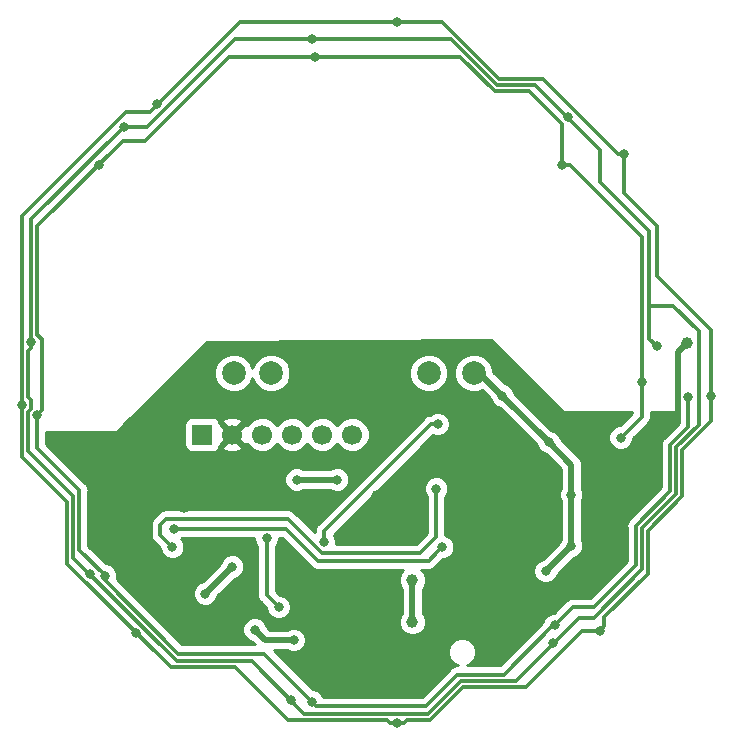
<source format=gbr>
G04 #@! TF.GenerationSoftware,KiCad,Pcbnew,5.0.0-fee4fd1~65~ubuntu17.10.1*
G04 #@! TF.CreationDate,2018-10-07T18:53:38+01:00*
G04 #@! TF.ProjectId,LED Coaster,4C454420436F61737465722E6B696361,rev?*
G04 #@! TF.SameCoordinates,Original*
G04 #@! TF.FileFunction,Copper,L2,Bot,Signal*
G04 #@! TF.FilePolarity,Positive*
%FSLAX46Y46*%
G04 Gerber Fmt 4.6, Leading zero omitted, Abs format (unit mm)*
G04 Created by KiCad (PCBNEW 5.0.0-fee4fd1~65~ubuntu17.10.1) date Sun Oct  7 18:53:38 2018*
%MOMM*%
%LPD*%
G01*
G04 APERTURE LIST*
G04 #@! TA.AperFunction,ComponentPad*
%ADD10R,1.700000X1.700000*%
G04 #@! TD*
G04 #@! TA.AperFunction,ComponentPad*
%ADD11C,1.700000*%
G04 #@! TD*
G04 #@! TA.AperFunction,ComponentPad*
%ADD12C,2.000000*%
G04 #@! TD*
G04 #@! TA.AperFunction,ViaPad*
%ADD13C,1.000000*%
G04 #@! TD*
G04 #@! TA.AperFunction,ViaPad*
%ADD14C,0.800000*%
G04 #@! TD*
G04 #@! TA.AperFunction,Conductor*
%ADD15C,0.500000*%
G04 #@! TD*
G04 #@! TA.AperFunction,Conductor*
%ADD16C,0.300000*%
G04 #@! TD*
G04 #@! TA.AperFunction,Conductor*
%ADD17C,0.254000*%
G04 #@! TD*
G04 APERTURE END LIST*
D10*
G04 #@! TO.P,J2,1*
G04 #@! TO.N,Net-(IC1-Pad4)*
X195580000Y-108077000D03*
D11*
G04 #@! TO.P,J2,2*
G04 #@! TO.N,+5V*
X198120000Y-108077000D03*
G04 #@! TO.P,J2,3*
G04 #@! TO.N,GND*
X200660000Y-108077000D03*
G04 #@! TO.P,J2,4*
G04 #@! TO.N,Net-(IC1-Pad7)*
X203200000Y-108077000D03*
G04 #@! TO.P,J2,5*
G04 #@! TO.N,Net-(IC1-Pad6)*
X205740000Y-108077000D03*
G04 #@! TO.P,J2,6*
G04 #@! TO.N,N/C*
X208280000Y-108077000D03*
G04 #@! TD*
D12*
G04 #@! TO.P,SW1,1*
G04 #@! TO.N,Net-(IC1-Pad6)*
X198247000Y-102870000D03*
G04 #@! TO.P,SW1,2*
G04 #@! TO.N,GND*
X218567000Y-102870000D03*
G04 #@! TO.P,SW1,1*
G04 #@! TO.N,Net-(IC1-Pad6)*
X201422000Y-102870000D03*
G04 #@! TO.P,SW1,2*
G04 #@! TO.N,GND*
X214757000Y-102870000D03*
G04 #@! TD*
D13*
G04 #@! TO.N,+5V*
X194056000Y-114173000D03*
X210386000Y-113284000D03*
X206295000Y-121158000D03*
X192151000Y-121666000D03*
X211455000Y-129667000D03*
X229362000Y-120523000D03*
X184404000Y-108966000D03*
X236601000Y-100330000D03*
G04 #@! TO.N,GND*
X213360000Y-123952000D03*
X213360000Y-120396000D03*
D14*
X203327000Y-125476000D03*
X200025000Y-124587000D03*
X198120000Y-119253000D03*
X195834000Y-121539000D03*
X224663000Y-119634000D03*
X226822000Y-117475000D03*
X224917000Y-108712000D03*
X220980000Y-104775000D03*
X226822000Y-113157000D03*
X203581000Y-111887000D03*
X207010000Y-111887000D03*
G04 #@! TO.N,RED*
X234061000Y-100584000D03*
X204851000Y-74549000D03*
X203073000Y-130556000D03*
X226561181Y-81228506D03*
X186077338Y-119865662D03*
X188934838Y-82000838D03*
X181090010Y-100203000D03*
X225298000Y-125730000D03*
G04 #@! TO.N,GREEN*
X232791000Y-103632000D03*
X205105000Y-76073000D03*
X226060000Y-85217000D03*
X231013000Y-108331000D03*
X187325000Y-120015000D03*
X204851000Y-130683000D03*
X225425000Y-124206000D03*
X236728000Y-104902000D03*
X186817000Y-85217000D03*
X181605763Y-106441914D03*
G04 #@! TO.N,BLUE*
X229235000Y-124714000D03*
X238633000Y-104775000D03*
X231267000Y-84328000D03*
X212090000Y-73152000D03*
X191747663Y-80114661D03*
X212090000Y-132461000D03*
X189969662Y-124863338D03*
X180340000Y-105537000D03*
G04 #@! TO.N,Net-(IC1-Pad2)*
X193167000Y-116078000D03*
X215900000Y-117602000D03*
G04 #@! TO.N,Net-(IC1-Pad3)*
X193040000Y-117602000D03*
X215392000Y-112649000D03*
G04 #@! TO.N,Net-(IC1-Pad5)*
X215519000Y-107188000D03*
X205890467Y-117199792D03*
G04 #@! TO.N,Net-(IC1-Pad6)*
X202057000Y-122682000D03*
X201041000Y-116840000D03*
G04 #@! TD*
D15*
G04 #@! TO.N,+5V*
X235877998Y-106260002D02*
X235204000Y-106934000D01*
X236601000Y-100330000D02*
X235877998Y-101053002D01*
X235877998Y-101053002D02*
X235877998Y-106260002D01*
G04 #@! TO.N,GND*
X213360000Y-123952000D02*
X213360000Y-120396000D01*
X203327000Y-125476000D02*
X200914000Y-125476000D01*
X200914000Y-125476000D02*
X200025000Y-124587000D01*
X198120000Y-119253000D02*
X195834000Y-121539000D01*
X224663000Y-119634000D02*
X226822000Y-117475000D01*
X226822000Y-117475000D02*
X226822000Y-116909315D01*
X226822000Y-116909315D02*
X226822000Y-113157000D01*
X226822000Y-110617000D02*
X224917000Y-108712000D01*
X219202000Y-102997000D02*
X218567000Y-102997000D01*
X224917000Y-108712000D02*
X220980000Y-104775000D01*
X220980000Y-104775000D02*
X219202000Y-102997000D01*
X226822000Y-113157000D02*
X226822000Y-110617000D01*
X203581000Y-111887000D02*
X207010000Y-111887000D01*
D16*
G04 #@! TO.N,RED*
X226568000Y-81407000D02*
X226561181Y-81400181D01*
X226561181Y-81400181D02*
X226561181Y-81228506D01*
X188934838Y-82000838D02*
X181090010Y-89845666D01*
X181090010Y-89845666D02*
X181090010Y-99637315D01*
X181090010Y-99637315D02*
X181090010Y-100203000D01*
X189500523Y-82000838D02*
X188934838Y-82000838D01*
X198374000Y-74549000D02*
X190922162Y-82000838D01*
X216607122Y-74549000D02*
X198374000Y-74549000D01*
X233426000Y-99949000D02*
X233426000Y-90859878D01*
X220552111Y-78493989D02*
X216607122Y-74549000D01*
X229235000Y-83947000D02*
X223781989Y-78493989D01*
X223781989Y-78493989D02*
X220552111Y-78493989D01*
X234061000Y-100584000D02*
X233426000Y-99949000D01*
X233426000Y-90859878D02*
X229235000Y-86668878D01*
X190922162Y-82000838D02*
X189500523Y-82000838D01*
X229235000Y-86668878D02*
X229235000Y-83947000D01*
X181090010Y-100768685D02*
X181090010Y-100203000D01*
X181090001Y-105176999D02*
X180840011Y-104927009D01*
X180840011Y-106146991D02*
X181090001Y-105897001D01*
X180840011Y-109466011D02*
X180840011Y-106146991D01*
X184658000Y-113284000D02*
X180840011Y-109466011D01*
X184658000Y-118491000D02*
X184658000Y-113284000D01*
X235719989Y-113076889D02*
X232798990Y-115997888D01*
X237617000Y-99314000D02*
X237617000Y-107242878D01*
X204216000Y-131699000D02*
X199778989Y-127261989D01*
X235719990Y-109139888D02*
X235719989Y-113076889D01*
X237617000Y-107242878D02*
X235719990Y-109139888D01*
X181090001Y-105897001D02*
X181090001Y-105176999D01*
X233426000Y-97155000D02*
X235458000Y-97155000D01*
X193428989Y-127261989D02*
X184658000Y-118491000D01*
X235458000Y-97155000D02*
X237617000Y-99314000D01*
X232798990Y-115997888D02*
X232798989Y-119499011D01*
X199778989Y-127261989D02*
X193428989Y-127261989D01*
X232798989Y-119499011D02*
X228727000Y-123571000D01*
X180840011Y-104927009D02*
X180840011Y-101018684D01*
X228727000Y-123571000D02*
X227457000Y-123571000D01*
X180840011Y-101018684D02*
X181090010Y-100768685D01*
X227457000Y-123571000D02*
X222115011Y-128912989D01*
X222115011Y-128912989D02*
X217470889Y-128912989D01*
X217470889Y-128912989D02*
X214684878Y-131699000D01*
X214684878Y-131699000D02*
X204216000Y-131699000D01*
G04 #@! TO.N,GREEN*
X232791000Y-103632000D02*
X232791000Y-106553000D01*
X232791000Y-106553000D02*
X231013000Y-108331000D01*
X235204000Y-108948756D02*
X236728000Y-107424756D01*
X225425000Y-124206000D02*
X226949000Y-122682000D01*
X236728000Y-105467685D02*
X236728000Y-104902000D01*
X236728000Y-107424756D02*
X236728000Y-105467685D01*
X235204000Y-112885756D02*
X235204000Y-108948756D01*
X226949000Y-122682000D02*
X228727000Y-122682000D01*
X232298980Y-115790776D02*
X235204000Y-112885756D01*
X232298979Y-119110021D02*
X232298980Y-115790776D01*
X228727000Y-122682000D02*
X232298979Y-119110021D01*
X221107000Y-128397000D02*
X225298000Y-124206000D01*
X217170000Y-128397000D02*
X221107000Y-128397000D01*
X214503000Y-131064000D02*
X217170000Y-128397000D01*
X204851000Y-130683000D02*
X205232000Y-131064000D01*
X225298000Y-124206000D02*
X225425000Y-124206000D01*
X205232000Y-131064000D02*
X214503000Y-131064000D01*
X204851000Y-130683000D02*
X200787000Y-126619000D01*
X181605763Y-109215763D02*
X181605763Y-107007599D01*
X200787000Y-126619000D02*
X193548000Y-126619000D01*
X181605763Y-107007599D02*
X181605763Y-106441914D01*
X187325000Y-120003322D02*
X185166000Y-117844322D01*
X185166000Y-117844322D02*
X185166000Y-112776000D01*
X187325000Y-120396000D02*
X187325000Y-120003322D01*
X185166000Y-112776000D02*
X181605763Y-109215763D01*
X193548000Y-126619000D02*
X187325000Y-120396000D01*
X182005762Y-106041915D02*
X181605763Y-106441914D01*
X188849000Y-83185000D02*
X181610000Y-90424000D01*
X190754000Y-83185000D02*
X188849000Y-83185000D01*
X197866000Y-76073000D02*
X190754000Y-83185000D01*
X217424000Y-76073000D02*
X197866000Y-76073000D01*
X182005762Y-100008748D02*
X182005762Y-106041915D01*
X181610000Y-99612986D02*
X182005762Y-100008748D01*
X181610000Y-90424000D02*
X181610000Y-99612986D01*
X226060000Y-85217000D02*
X226060000Y-81788000D01*
X226060000Y-81788000D02*
X223266000Y-78994000D01*
X223266000Y-78994000D02*
X220345000Y-78994000D01*
X220345000Y-78994000D02*
X217424000Y-76073000D01*
X226695000Y-85217000D02*
X226060000Y-85217000D01*
X232791000Y-103632000D02*
X232791000Y-91313000D01*
X232791000Y-91313000D02*
X226695000Y-85217000D01*
G04 #@! TO.N,BLUE*
X212655685Y-73152000D02*
X212090000Y-73152000D01*
X215917244Y-73152000D02*
X212655685Y-73152000D01*
X231267000Y-84328000D02*
X230759000Y-84328000D01*
X220743244Y-77978000D02*
X215917244Y-73152000D01*
X224409000Y-77978000D02*
X220743244Y-77978000D01*
X230759000Y-84328000D02*
X224409000Y-77978000D01*
X238633000Y-106934000D02*
X238633000Y-104775000D01*
X236220000Y-109347000D02*
X238633000Y-106934000D01*
X233299000Y-116205000D02*
X236220000Y-113284000D01*
X229634999Y-124314001D02*
X229634999Y-123552001D01*
X229235000Y-124714000D02*
X229634999Y-124314001D01*
X229634999Y-123552001D02*
X233299000Y-119888000D01*
X233299000Y-119888000D02*
X233299000Y-116205000D01*
X236220000Y-113284000D02*
X236220000Y-109347000D01*
X212655685Y-132461000D02*
X212090000Y-132461000D01*
X227711000Y-124714000D02*
X223012000Y-129413000D01*
X229235000Y-124714000D02*
X227711000Y-124714000D01*
X217678000Y-129413000D02*
X214884000Y-132207000D01*
X223012000Y-129413000D02*
X217678000Y-129413000D01*
X212909685Y-132207000D02*
X212655685Y-132461000D01*
X214884000Y-132207000D02*
X212909685Y-132207000D01*
X211524315Y-132461000D02*
X212090000Y-132461000D01*
X192913000Y-127762000D02*
X198374000Y-127762000D01*
X184150000Y-113792000D02*
X184150000Y-118999000D01*
X180340000Y-89535000D02*
X180340000Y-109982000D01*
X189103000Y-80772000D02*
X180340000Y-89535000D01*
X212090000Y-73152000D02*
X198755000Y-73152000D01*
X211270315Y-132207000D02*
X211524315Y-132461000D01*
X198374000Y-127762000D02*
X202819000Y-132207000D01*
X180340000Y-109982000D02*
X184150000Y-113792000D01*
X184150000Y-118999000D02*
X192913000Y-127762000D01*
X191135000Y-80772000D02*
X189103000Y-80772000D01*
X198755000Y-73152000D02*
X191135000Y-80772000D01*
X202819000Y-132207000D02*
X211270315Y-132207000D01*
X231267000Y-87630000D02*
X231267000Y-84328000D01*
X234061000Y-90424000D02*
X231267000Y-87630000D01*
X234061000Y-94615000D02*
X234061000Y-90424000D01*
X238633000Y-104775000D02*
X238633000Y-99187000D01*
X238633000Y-99187000D02*
X234061000Y-94615000D01*
G04 #@! TO.N,Net-(IC1-Pad2)*
X193167000Y-116078000D02*
X202692000Y-116078000D01*
X202692000Y-116078000D02*
X205359000Y-118745000D01*
X205359000Y-118745000D02*
X214757000Y-118745000D01*
X215500001Y-118001999D02*
X215900000Y-117602000D01*
X214757000Y-118745000D02*
X215500001Y-118001999D01*
G04 #@! TO.N,Net-(IC1-Pad3)*
X215392000Y-116713000D02*
X215392000Y-112649000D01*
X213995000Y-118110000D02*
X215392000Y-116713000D01*
X192024000Y-116586000D02*
X192024000Y-115697000D01*
X193040000Y-117602000D02*
X192024000Y-116586000D01*
X192024000Y-115697000D02*
X192532000Y-115189000D01*
X202819000Y-115189000D02*
X205740000Y-118110000D01*
X192532000Y-115189000D02*
X202819000Y-115189000D01*
X205740000Y-118110000D02*
X213995000Y-118110000D01*
G04 #@! TO.N,Net-(IC1-Pad5)*
X215519000Y-107188000D02*
X214953315Y-107188000D01*
X214953315Y-107188000D02*
X205890467Y-116250848D01*
X205890467Y-116634107D02*
X205890467Y-117199792D01*
X205890467Y-116250848D02*
X205890467Y-116634107D01*
G04 #@! TO.N,Net-(IC1-Pad6)*
X202057000Y-122682000D02*
X201041000Y-121666000D01*
X201041000Y-121666000D02*
X201041000Y-116840000D01*
G04 #@! TD*
D17*
G04 #@! TO.N,+5V*
G36*
X226097197Y-106134803D02*
X226138399Y-106162333D01*
X226187000Y-106172000D01*
X232006001Y-106172000D01*
X232006001Y-106227842D01*
X230937843Y-107296000D01*
X230807126Y-107296000D01*
X230426720Y-107453569D01*
X230135569Y-107744720D01*
X229978000Y-108125126D01*
X229978000Y-108536874D01*
X230135569Y-108917280D01*
X230426720Y-109208431D01*
X230807126Y-109366000D01*
X231218874Y-109366000D01*
X231599280Y-109208431D01*
X231890431Y-108917280D01*
X232048000Y-108536874D01*
X232048000Y-108406157D01*
X233291408Y-107162749D01*
X233356953Y-107118953D01*
X233530454Y-106859292D01*
X233576000Y-106630316D01*
X233576000Y-106630312D01*
X233591378Y-106553000D01*
X233576000Y-106475688D01*
X233576000Y-106172000D01*
X235943001Y-106172000D01*
X235943000Y-107099598D01*
X234703590Y-108339009D01*
X234638048Y-108382803D01*
X234594254Y-108448345D01*
X234594251Y-108448348D01*
X234464546Y-108642465D01*
X234403622Y-108948756D01*
X234419001Y-109026073D01*
X234419000Y-112560599D01*
X231798570Y-115181029D01*
X231733028Y-115224823D01*
X231689234Y-115290365D01*
X231689231Y-115290368D01*
X231559526Y-115484485D01*
X231498602Y-115790776D01*
X231513981Y-115868092D01*
X231513979Y-118784863D01*
X228401843Y-121897000D01*
X227026310Y-121897000D01*
X226948999Y-121881622D01*
X226871688Y-121897000D01*
X226871684Y-121897000D01*
X226642708Y-121942546D01*
X226642706Y-121942547D01*
X226642707Y-121942547D01*
X226448591Y-122072251D01*
X226448589Y-122072253D01*
X226383047Y-122116047D01*
X226339253Y-122181589D01*
X225349843Y-123171000D01*
X225219126Y-123171000D01*
X224838720Y-123328569D01*
X224547569Y-123619720D01*
X224390000Y-124000126D01*
X224390000Y-124003842D01*
X220781843Y-127612000D01*
X217961935Y-127612000D01*
X218276701Y-127481620D01*
X218610047Y-127148274D01*
X218790452Y-126712736D01*
X218790452Y-126241314D01*
X218610047Y-125805776D01*
X218276701Y-125472430D01*
X217841163Y-125292025D01*
X217369741Y-125292025D01*
X216934203Y-125472430D01*
X216600857Y-125805776D01*
X216420452Y-126241314D01*
X216420452Y-126712736D01*
X216600857Y-127148274D01*
X216934203Y-127481620D01*
X217248969Y-127612000D01*
X217247312Y-127612000D01*
X217170000Y-127596622D01*
X217092688Y-127612000D01*
X217092684Y-127612000D01*
X216863708Y-127657546D01*
X216604047Y-127831047D01*
X216560251Y-127896592D01*
X214177843Y-130279000D01*
X205803934Y-130279000D01*
X205728431Y-130096720D01*
X205437280Y-129805569D01*
X205056874Y-129648000D01*
X204926158Y-129648000D01*
X201639157Y-126361000D01*
X202758993Y-126361000D01*
X203121126Y-126511000D01*
X203532874Y-126511000D01*
X203913280Y-126353431D01*
X204204431Y-126062280D01*
X204362000Y-125681874D01*
X204362000Y-125270126D01*
X204204431Y-124889720D01*
X203913280Y-124598569D01*
X203532874Y-124441000D01*
X203121126Y-124441000D01*
X202758993Y-124591000D01*
X201280579Y-124591000D01*
X201052431Y-124362852D01*
X200902431Y-124000720D01*
X200611280Y-123709569D01*
X200230874Y-123552000D01*
X199819126Y-123552000D01*
X199438720Y-123709569D01*
X199147569Y-124000720D01*
X198990000Y-124381126D01*
X198990000Y-124792874D01*
X199147569Y-125173280D01*
X199438720Y-125464431D01*
X199800852Y-125614431D01*
X200020421Y-125834000D01*
X193873158Y-125834000D01*
X189372284Y-121333126D01*
X194799000Y-121333126D01*
X194799000Y-121744874D01*
X194956569Y-122125280D01*
X195247720Y-122416431D01*
X195628126Y-122574000D01*
X196039874Y-122574000D01*
X196420280Y-122416431D01*
X196711431Y-122125280D01*
X196861431Y-121763147D01*
X198344148Y-120280431D01*
X198706280Y-120130431D01*
X198997431Y-119839280D01*
X199155000Y-119458874D01*
X199155000Y-119047126D01*
X198997431Y-118666720D01*
X198706280Y-118375569D01*
X198325874Y-118218000D01*
X197914126Y-118218000D01*
X197533720Y-118375569D01*
X197242569Y-118666720D01*
X197092569Y-119028852D01*
X195609853Y-120511569D01*
X195247720Y-120661569D01*
X194956569Y-120952720D01*
X194799000Y-121333126D01*
X189372284Y-121333126D01*
X188330720Y-120291563D01*
X188360000Y-120220874D01*
X188360000Y-119809126D01*
X188202431Y-119428720D01*
X187911280Y-119137569D01*
X187530874Y-118980000D01*
X187411836Y-118980000D01*
X185951000Y-117519165D01*
X185951000Y-115697000D01*
X191223622Y-115697000D01*
X191239001Y-115774316D01*
X191239000Y-116508687D01*
X191223622Y-116586000D01*
X191239000Y-116663312D01*
X191239000Y-116663315D01*
X191266511Y-116801622D01*
X191284546Y-116892291D01*
X191385878Y-117043944D01*
X191458047Y-117151953D01*
X191523592Y-117195749D01*
X192005000Y-117677158D01*
X192005000Y-117807874D01*
X192162569Y-118188280D01*
X192453720Y-118479431D01*
X192834126Y-118637000D01*
X193245874Y-118637000D01*
X193626280Y-118479431D01*
X193917431Y-118188280D01*
X194075000Y-117807874D01*
X194075000Y-117396126D01*
X193917431Y-117015720D01*
X193805211Y-116903500D01*
X193845711Y-116863000D01*
X200006000Y-116863000D01*
X200006000Y-117045874D01*
X200163569Y-117426280D01*
X200256001Y-117518712D01*
X200256000Y-121588688D01*
X200240622Y-121666000D01*
X200256000Y-121743312D01*
X200256000Y-121743315D01*
X200301546Y-121972291D01*
X200475047Y-122231953D01*
X200540592Y-122275749D01*
X201022000Y-122757158D01*
X201022000Y-122887874D01*
X201179569Y-123268280D01*
X201470720Y-123559431D01*
X201851126Y-123717000D01*
X202262874Y-123717000D01*
X202643280Y-123559431D01*
X202934431Y-123268280D01*
X203092000Y-122887874D01*
X203092000Y-122476126D01*
X202934431Y-122095720D01*
X202643280Y-121804569D01*
X202262874Y-121647000D01*
X202132158Y-121647000D01*
X201826000Y-121340843D01*
X201826000Y-117518711D01*
X201918431Y-117426280D01*
X202076000Y-117045874D01*
X202076000Y-116863000D01*
X202366843Y-116863000D01*
X204749251Y-119245408D01*
X204793047Y-119310953D01*
X205052708Y-119484454D01*
X205281684Y-119530000D01*
X205281688Y-119530000D01*
X205359000Y-119545378D01*
X205436312Y-119530000D01*
X212620867Y-119530000D01*
X212397793Y-119753074D01*
X212225000Y-120170234D01*
X212225000Y-120621766D01*
X212397793Y-121038926D01*
X212475001Y-121116134D01*
X212475000Y-123231867D01*
X212397793Y-123309074D01*
X212225000Y-123726234D01*
X212225000Y-124177766D01*
X212397793Y-124594926D01*
X212717074Y-124914207D01*
X213134234Y-125087000D01*
X213585766Y-125087000D01*
X214002926Y-124914207D01*
X214322207Y-124594926D01*
X214495000Y-124177766D01*
X214495000Y-123726234D01*
X214322207Y-123309074D01*
X214245000Y-123231867D01*
X214245000Y-121116133D01*
X214322207Y-121038926D01*
X214495000Y-120621766D01*
X214495000Y-120170234D01*
X214322207Y-119753074D01*
X214099133Y-119530000D01*
X214679688Y-119530000D01*
X214757000Y-119545378D01*
X214834312Y-119530000D01*
X214834316Y-119530000D01*
X215063292Y-119484454D01*
X215322953Y-119310953D01*
X215366749Y-119245408D01*
X215975158Y-118637000D01*
X216105874Y-118637000D01*
X216486280Y-118479431D01*
X216777431Y-118188280D01*
X216935000Y-117807874D01*
X216935000Y-117396126D01*
X216777431Y-117015720D01*
X216486280Y-116724569D01*
X216177000Y-116596461D01*
X216177000Y-113327711D01*
X216269431Y-113235280D01*
X216427000Y-112854874D01*
X216427000Y-112443126D01*
X216269431Y-112062720D01*
X215978280Y-111771569D01*
X215597874Y-111614000D01*
X215186126Y-111614000D01*
X214805720Y-111771569D01*
X214514569Y-112062720D01*
X214357000Y-112443126D01*
X214357000Y-112854874D01*
X214514569Y-113235280D01*
X214607001Y-113327712D01*
X214607000Y-116387842D01*
X213669843Y-117325000D01*
X206925467Y-117325000D01*
X206925467Y-116993918D01*
X206767898Y-116613512D01*
X206702929Y-116548543D01*
X215111845Y-108139627D01*
X215313126Y-108223000D01*
X215724874Y-108223000D01*
X216105280Y-108065431D01*
X216396431Y-107774280D01*
X216554000Y-107393874D01*
X216554000Y-106982126D01*
X216396431Y-106601720D01*
X216105280Y-106310569D01*
X215724874Y-106153000D01*
X215313126Y-106153000D01*
X214932720Y-106310569D01*
X214831422Y-106411867D01*
X214647023Y-106448546D01*
X214387362Y-106622047D01*
X214343566Y-106687592D01*
X205390059Y-115641099D01*
X205324514Y-115684895D01*
X205280718Y-115750440D01*
X205257210Y-115785622D01*
X205151013Y-115944557D01*
X205105467Y-116173533D01*
X205105467Y-116173536D01*
X205090089Y-116250848D01*
X205105467Y-116328160D01*
X205105467Y-116365309D01*
X203428749Y-114688592D01*
X203384953Y-114623047D01*
X203125292Y-114449546D01*
X202896316Y-114404000D01*
X202896312Y-114404000D01*
X202819000Y-114388622D01*
X202741688Y-114404000D01*
X192609310Y-114404000D01*
X192531999Y-114388622D01*
X192454688Y-114404000D01*
X192454684Y-114404000D01*
X192225708Y-114449546D01*
X192225706Y-114449547D01*
X192225707Y-114449547D01*
X192031591Y-114579251D01*
X192031589Y-114579253D01*
X191966047Y-114623047D01*
X191922253Y-114688590D01*
X191523590Y-115087253D01*
X191458048Y-115131047D01*
X191414254Y-115196589D01*
X191414251Y-115196592D01*
X191284546Y-115390709D01*
X191223622Y-115697000D01*
X185951000Y-115697000D01*
X185951000Y-112853310D01*
X185966378Y-112775999D01*
X185951000Y-112698688D01*
X185951000Y-112698684D01*
X185905454Y-112469708D01*
X185805290Y-112319803D01*
X185775749Y-112275591D01*
X185775747Y-112275589D01*
X185731953Y-112210047D01*
X185666411Y-112166253D01*
X185181284Y-111681126D01*
X202546000Y-111681126D01*
X202546000Y-112092874D01*
X202703569Y-112473280D01*
X202994720Y-112764431D01*
X203375126Y-112922000D01*
X203786874Y-112922000D01*
X204149007Y-112772000D01*
X206441993Y-112772000D01*
X206804126Y-112922000D01*
X207215874Y-112922000D01*
X207596280Y-112764431D01*
X207887431Y-112473280D01*
X208045000Y-112092874D01*
X208045000Y-111681126D01*
X207887431Y-111300720D01*
X207596280Y-111009569D01*
X207215874Y-110852000D01*
X206804126Y-110852000D01*
X206441993Y-111002000D01*
X204149007Y-111002000D01*
X203786874Y-110852000D01*
X203375126Y-110852000D01*
X202994720Y-111009569D01*
X202703569Y-111300720D01*
X202546000Y-111681126D01*
X185181284Y-111681126D01*
X182390763Y-108890606D01*
X182390763Y-107823000D01*
X188341000Y-107823000D01*
X188389601Y-107813333D01*
X188430803Y-107785803D01*
X188989606Y-107227000D01*
X194082560Y-107227000D01*
X194082560Y-108927000D01*
X194131843Y-109174765D01*
X194272191Y-109384809D01*
X194482235Y-109525157D01*
X194730000Y-109574440D01*
X196430000Y-109574440D01*
X196677765Y-109525157D01*
X196887809Y-109384809D01*
X197028157Y-109174765D01*
X197038859Y-109120958D01*
X197255647Y-109120958D01*
X197335920Y-109372259D01*
X197891279Y-109573718D01*
X198481458Y-109547315D01*
X198904080Y-109372259D01*
X198984353Y-109120958D01*
X198120000Y-108256605D01*
X197255647Y-109120958D01*
X197038859Y-109120958D01*
X197074672Y-108940915D01*
X197076042Y-108941353D01*
X197940395Y-108077000D01*
X198299605Y-108077000D01*
X199163958Y-108941353D01*
X199381845Y-108871753D01*
X199401078Y-108918185D01*
X199818815Y-109335922D01*
X200364615Y-109562000D01*
X200955385Y-109562000D01*
X201501185Y-109335922D01*
X201918922Y-108918185D01*
X201930000Y-108891440D01*
X201941078Y-108918185D01*
X202358815Y-109335922D01*
X202904615Y-109562000D01*
X203495385Y-109562000D01*
X204041185Y-109335922D01*
X204458922Y-108918185D01*
X204470000Y-108891440D01*
X204481078Y-108918185D01*
X204898815Y-109335922D01*
X205444615Y-109562000D01*
X206035385Y-109562000D01*
X206581185Y-109335922D01*
X206998922Y-108918185D01*
X207010000Y-108891440D01*
X207021078Y-108918185D01*
X207438815Y-109335922D01*
X207984615Y-109562000D01*
X208575385Y-109562000D01*
X209121185Y-109335922D01*
X209538922Y-108918185D01*
X209765000Y-108372385D01*
X209765000Y-107781615D01*
X209538922Y-107235815D01*
X209121185Y-106818078D01*
X208575385Y-106592000D01*
X207984615Y-106592000D01*
X207438815Y-106818078D01*
X207021078Y-107235815D01*
X207010000Y-107262560D01*
X206998922Y-107235815D01*
X206581185Y-106818078D01*
X206035385Y-106592000D01*
X205444615Y-106592000D01*
X204898815Y-106818078D01*
X204481078Y-107235815D01*
X204470000Y-107262560D01*
X204458922Y-107235815D01*
X204041185Y-106818078D01*
X203495385Y-106592000D01*
X202904615Y-106592000D01*
X202358815Y-106818078D01*
X201941078Y-107235815D01*
X201930000Y-107262560D01*
X201918922Y-107235815D01*
X201501185Y-106818078D01*
X200955385Y-106592000D01*
X200364615Y-106592000D01*
X199818815Y-106818078D01*
X199401078Y-107235815D01*
X199381845Y-107282247D01*
X199163958Y-107212647D01*
X198299605Y-108077000D01*
X197940395Y-108077000D01*
X197076042Y-107212647D01*
X197074672Y-107213085D01*
X197038860Y-107033042D01*
X197255647Y-107033042D01*
X198120000Y-107897395D01*
X198984353Y-107033042D01*
X198904080Y-106781741D01*
X198348721Y-106580282D01*
X197758542Y-106606685D01*
X197335920Y-106781741D01*
X197255647Y-107033042D01*
X197038860Y-107033042D01*
X197028157Y-106979235D01*
X196887809Y-106769191D01*
X196677765Y-106628843D01*
X196430000Y-106579560D01*
X194730000Y-106579560D01*
X194482235Y-106628843D01*
X194272191Y-106769191D01*
X194131843Y-106979235D01*
X194082560Y-107227000D01*
X188989606Y-107227000D01*
X193671828Y-102544778D01*
X196612000Y-102544778D01*
X196612000Y-103195222D01*
X196860914Y-103796153D01*
X197320847Y-104256086D01*
X197921778Y-104505000D01*
X198572222Y-104505000D01*
X199173153Y-104256086D01*
X199633086Y-103796153D01*
X199834500Y-103309897D01*
X200035914Y-103796153D01*
X200495847Y-104256086D01*
X201096778Y-104505000D01*
X201747222Y-104505000D01*
X202348153Y-104256086D01*
X202808086Y-103796153D01*
X203057000Y-103195222D01*
X203057000Y-102544778D01*
X213122000Y-102544778D01*
X213122000Y-103195222D01*
X213370914Y-103796153D01*
X213830847Y-104256086D01*
X214431778Y-104505000D01*
X215082222Y-104505000D01*
X215683153Y-104256086D01*
X216143086Y-103796153D01*
X216392000Y-103195222D01*
X216392000Y-102544778D01*
X216932000Y-102544778D01*
X216932000Y-103195222D01*
X217180914Y-103796153D01*
X217640847Y-104256086D01*
X218241778Y-104505000D01*
X218892222Y-104505000D01*
X219292585Y-104339164D01*
X219952569Y-104999148D01*
X220102569Y-105361280D01*
X220393720Y-105652431D01*
X220755853Y-105802431D01*
X223889569Y-108936148D01*
X224039569Y-109298280D01*
X224330720Y-109589431D01*
X224692853Y-109739431D01*
X225937001Y-110983580D01*
X225937000Y-112588993D01*
X225787000Y-112951126D01*
X225787000Y-113362874D01*
X225937001Y-113725009D01*
X225937000Y-116822150D01*
X225937000Y-116906993D01*
X225794569Y-117250852D01*
X224438853Y-118606569D01*
X224076720Y-118756569D01*
X223785569Y-119047720D01*
X223628000Y-119428126D01*
X223628000Y-119839874D01*
X223785569Y-120220280D01*
X224076720Y-120511431D01*
X224457126Y-120669000D01*
X224868874Y-120669000D01*
X225249280Y-120511431D01*
X225540431Y-120220280D01*
X225690431Y-119858147D01*
X227046148Y-118502431D01*
X227408280Y-118352431D01*
X227699431Y-118061280D01*
X227857000Y-117680874D01*
X227857000Y-117269126D01*
X227707000Y-116906993D01*
X227707000Y-113725007D01*
X227857000Y-113362874D01*
X227857000Y-112951126D01*
X227707000Y-112588993D01*
X227707000Y-110704161D01*
X227724337Y-110617000D01*
X227707000Y-110529839D01*
X227707000Y-110529835D01*
X227655652Y-110271690D01*
X227531881Y-110086454D01*
X227509424Y-110052845D01*
X227509423Y-110052844D01*
X227460049Y-109978951D01*
X227386156Y-109929577D01*
X225944431Y-108487853D01*
X225794431Y-108125720D01*
X225503280Y-107834569D01*
X225141148Y-107684569D01*
X222007431Y-104550853D01*
X221857431Y-104188720D01*
X221566280Y-103897569D01*
X221204148Y-103747569D01*
X220202000Y-102745422D01*
X220202000Y-102544778D01*
X219953086Y-101943847D01*
X219493153Y-101483914D01*
X218892222Y-101235000D01*
X218241778Y-101235000D01*
X217640847Y-101483914D01*
X217180914Y-101943847D01*
X216932000Y-102544778D01*
X216392000Y-102544778D01*
X216143086Y-101943847D01*
X215683153Y-101483914D01*
X215082222Y-101235000D01*
X214431778Y-101235000D01*
X213830847Y-101483914D01*
X213370914Y-101943847D01*
X213122000Y-102544778D01*
X203057000Y-102544778D01*
X202808086Y-101943847D01*
X202348153Y-101483914D01*
X201747222Y-101235000D01*
X201096778Y-101235000D01*
X200495847Y-101483914D01*
X200035914Y-101943847D01*
X199834500Y-102430103D01*
X199633086Y-101943847D01*
X199173153Y-101483914D01*
X198572222Y-101235000D01*
X197921778Y-101235000D01*
X197320847Y-101483914D01*
X196860914Y-101943847D01*
X196612000Y-102544778D01*
X193671828Y-102544778D01*
X196013883Y-100202723D01*
X220038671Y-100076277D01*
X226097197Y-106134803D01*
X226097197Y-106134803D01*
G37*
X226097197Y-106134803D02*
X226138399Y-106162333D01*
X226187000Y-106172000D01*
X232006001Y-106172000D01*
X232006001Y-106227842D01*
X230937843Y-107296000D01*
X230807126Y-107296000D01*
X230426720Y-107453569D01*
X230135569Y-107744720D01*
X229978000Y-108125126D01*
X229978000Y-108536874D01*
X230135569Y-108917280D01*
X230426720Y-109208431D01*
X230807126Y-109366000D01*
X231218874Y-109366000D01*
X231599280Y-109208431D01*
X231890431Y-108917280D01*
X232048000Y-108536874D01*
X232048000Y-108406157D01*
X233291408Y-107162749D01*
X233356953Y-107118953D01*
X233530454Y-106859292D01*
X233576000Y-106630316D01*
X233576000Y-106630312D01*
X233591378Y-106553000D01*
X233576000Y-106475688D01*
X233576000Y-106172000D01*
X235943001Y-106172000D01*
X235943000Y-107099598D01*
X234703590Y-108339009D01*
X234638048Y-108382803D01*
X234594254Y-108448345D01*
X234594251Y-108448348D01*
X234464546Y-108642465D01*
X234403622Y-108948756D01*
X234419001Y-109026073D01*
X234419000Y-112560599D01*
X231798570Y-115181029D01*
X231733028Y-115224823D01*
X231689234Y-115290365D01*
X231689231Y-115290368D01*
X231559526Y-115484485D01*
X231498602Y-115790776D01*
X231513981Y-115868092D01*
X231513979Y-118784863D01*
X228401843Y-121897000D01*
X227026310Y-121897000D01*
X226948999Y-121881622D01*
X226871688Y-121897000D01*
X226871684Y-121897000D01*
X226642708Y-121942546D01*
X226642706Y-121942547D01*
X226642707Y-121942547D01*
X226448591Y-122072251D01*
X226448589Y-122072253D01*
X226383047Y-122116047D01*
X226339253Y-122181589D01*
X225349843Y-123171000D01*
X225219126Y-123171000D01*
X224838720Y-123328569D01*
X224547569Y-123619720D01*
X224390000Y-124000126D01*
X224390000Y-124003842D01*
X220781843Y-127612000D01*
X217961935Y-127612000D01*
X218276701Y-127481620D01*
X218610047Y-127148274D01*
X218790452Y-126712736D01*
X218790452Y-126241314D01*
X218610047Y-125805776D01*
X218276701Y-125472430D01*
X217841163Y-125292025D01*
X217369741Y-125292025D01*
X216934203Y-125472430D01*
X216600857Y-125805776D01*
X216420452Y-126241314D01*
X216420452Y-126712736D01*
X216600857Y-127148274D01*
X216934203Y-127481620D01*
X217248969Y-127612000D01*
X217247312Y-127612000D01*
X217170000Y-127596622D01*
X217092688Y-127612000D01*
X217092684Y-127612000D01*
X216863708Y-127657546D01*
X216604047Y-127831047D01*
X216560251Y-127896592D01*
X214177843Y-130279000D01*
X205803934Y-130279000D01*
X205728431Y-130096720D01*
X205437280Y-129805569D01*
X205056874Y-129648000D01*
X204926158Y-129648000D01*
X201639157Y-126361000D01*
X202758993Y-126361000D01*
X203121126Y-126511000D01*
X203532874Y-126511000D01*
X203913280Y-126353431D01*
X204204431Y-126062280D01*
X204362000Y-125681874D01*
X204362000Y-125270126D01*
X204204431Y-124889720D01*
X203913280Y-124598569D01*
X203532874Y-124441000D01*
X203121126Y-124441000D01*
X202758993Y-124591000D01*
X201280579Y-124591000D01*
X201052431Y-124362852D01*
X200902431Y-124000720D01*
X200611280Y-123709569D01*
X200230874Y-123552000D01*
X199819126Y-123552000D01*
X199438720Y-123709569D01*
X199147569Y-124000720D01*
X198990000Y-124381126D01*
X198990000Y-124792874D01*
X199147569Y-125173280D01*
X199438720Y-125464431D01*
X199800852Y-125614431D01*
X200020421Y-125834000D01*
X193873158Y-125834000D01*
X189372284Y-121333126D01*
X194799000Y-121333126D01*
X194799000Y-121744874D01*
X194956569Y-122125280D01*
X195247720Y-122416431D01*
X195628126Y-122574000D01*
X196039874Y-122574000D01*
X196420280Y-122416431D01*
X196711431Y-122125280D01*
X196861431Y-121763147D01*
X198344148Y-120280431D01*
X198706280Y-120130431D01*
X198997431Y-119839280D01*
X199155000Y-119458874D01*
X199155000Y-119047126D01*
X198997431Y-118666720D01*
X198706280Y-118375569D01*
X198325874Y-118218000D01*
X197914126Y-118218000D01*
X197533720Y-118375569D01*
X197242569Y-118666720D01*
X197092569Y-119028852D01*
X195609853Y-120511569D01*
X195247720Y-120661569D01*
X194956569Y-120952720D01*
X194799000Y-121333126D01*
X189372284Y-121333126D01*
X188330720Y-120291563D01*
X188360000Y-120220874D01*
X188360000Y-119809126D01*
X188202431Y-119428720D01*
X187911280Y-119137569D01*
X187530874Y-118980000D01*
X187411836Y-118980000D01*
X185951000Y-117519165D01*
X185951000Y-115697000D01*
X191223622Y-115697000D01*
X191239001Y-115774316D01*
X191239000Y-116508687D01*
X191223622Y-116586000D01*
X191239000Y-116663312D01*
X191239000Y-116663315D01*
X191266511Y-116801622D01*
X191284546Y-116892291D01*
X191385878Y-117043944D01*
X191458047Y-117151953D01*
X191523592Y-117195749D01*
X192005000Y-117677158D01*
X192005000Y-117807874D01*
X192162569Y-118188280D01*
X192453720Y-118479431D01*
X192834126Y-118637000D01*
X193245874Y-118637000D01*
X193626280Y-118479431D01*
X193917431Y-118188280D01*
X194075000Y-117807874D01*
X194075000Y-117396126D01*
X193917431Y-117015720D01*
X193805211Y-116903500D01*
X193845711Y-116863000D01*
X200006000Y-116863000D01*
X200006000Y-117045874D01*
X200163569Y-117426280D01*
X200256001Y-117518712D01*
X200256000Y-121588688D01*
X200240622Y-121666000D01*
X200256000Y-121743312D01*
X200256000Y-121743315D01*
X200301546Y-121972291D01*
X200475047Y-122231953D01*
X200540592Y-122275749D01*
X201022000Y-122757158D01*
X201022000Y-122887874D01*
X201179569Y-123268280D01*
X201470720Y-123559431D01*
X201851126Y-123717000D01*
X202262874Y-123717000D01*
X202643280Y-123559431D01*
X202934431Y-123268280D01*
X203092000Y-122887874D01*
X203092000Y-122476126D01*
X202934431Y-122095720D01*
X202643280Y-121804569D01*
X202262874Y-121647000D01*
X202132158Y-121647000D01*
X201826000Y-121340843D01*
X201826000Y-117518711D01*
X201918431Y-117426280D01*
X202076000Y-117045874D01*
X202076000Y-116863000D01*
X202366843Y-116863000D01*
X204749251Y-119245408D01*
X204793047Y-119310953D01*
X205052708Y-119484454D01*
X205281684Y-119530000D01*
X205281688Y-119530000D01*
X205359000Y-119545378D01*
X205436312Y-119530000D01*
X212620867Y-119530000D01*
X212397793Y-119753074D01*
X212225000Y-120170234D01*
X212225000Y-120621766D01*
X212397793Y-121038926D01*
X212475001Y-121116134D01*
X212475000Y-123231867D01*
X212397793Y-123309074D01*
X212225000Y-123726234D01*
X212225000Y-124177766D01*
X212397793Y-124594926D01*
X212717074Y-124914207D01*
X213134234Y-125087000D01*
X213585766Y-125087000D01*
X214002926Y-124914207D01*
X214322207Y-124594926D01*
X214495000Y-124177766D01*
X214495000Y-123726234D01*
X214322207Y-123309074D01*
X214245000Y-123231867D01*
X214245000Y-121116133D01*
X214322207Y-121038926D01*
X214495000Y-120621766D01*
X214495000Y-120170234D01*
X214322207Y-119753074D01*
X214099133Y-119530000D01*
X214679688Y-119530000D01*
X214757000Y-119545378D01*
X214834312Y-119530000D01*
X214834316Y-119530000D01*
X215063292Y-119484454D01*
X215322953Y-119310953D01*
X215366749Y-119245408D01*
X215975158Y-118637000D01*
X216105874Y-118637000D01*
X216486280Y-118479431D01*
X216777431Y-118188280D01*
X216935000Y-117807874D01*
X216935000Y-117396126D01*
X216777431Y-117015720D01*
X216486280Y-116724569D01*
X216177000Y-116596461D01*
X216177000Y-113327711D01*
X216269431Y-113235280D01*
X216427000Y-112854874D01*
X216427000Y-112443126D01*
X216269431Y-112062720D01*
X215978280Y-111771569D01*
X215597874Y-111614000D01*
X215186126Y-111614000D01*
X214805720Y-111771569D01*
X214514569Y-112062720D01*
X214357000Y-112443126D01*
X214357000Y-112854874D01*
X214514569Y-113235280D01*
X214607001Y-113327712D01*
X214607000Y-116387842D01*
X213669843Y-117325000D01*
X206925467Y-117325000D01*
X206925467Y-116993918D01*
X206767898Y-116613512D01*
X206702929Y-116548543D01*
X215111845Y-108139627D01*
X215313126Y-108223000D01*
X215724874Y-108223000D01*
X216105280Y-108065431D01*
X216396431Y-107774280D01*
X216554000Y-107393874D01*
X216554000Y-106982126D01*
X216396431Y-106601720D01*
X216105280Y-106310569D01*
X215724874Y-106153000D01*
X215313126Y-106153000D01*
X214932720Y-106310569D01*
X214831422Y-106411867D01*
X214647023Y-106448546D01*
X214387362Y-106622047D01*
X214343566Y-106687592D01*
X205390059Y-115641099D01*
X205324514Y-115684895D01*
X205280718Y-115750440D01*
X205257210Y-115785622D01*
X205151013Y-115944557D01*
X205105467Y-116173533D01*
X205105467Y-116173536D01*
X205090089Y-116250848D01*
X205105467Y-116328160D01*
X205105467Y-116365309D01*
X203428749Y-114688592D01*
X203384953Y-114623047D01*
X203125292Y-114449546D01*
X202896316Y-114404000D01*
X202896312Y-114404000D01*
X202819000Y-114388622D01*
X202741688Y-114404000D01*
X192609310Y-114404000D01*
X192531999Y-114388622D01*
X192454688Y-114404000D01*
X192454684Y-114404000D01*
X192225708Y-114449546D01*
X192225706Y-114449547D01*
X192225707Y-114449547D01*
X192031591Y-114579251D01*
X192031589Y-114579253D01*
X191966047Y-114623047D01*
X191922253Y-114688590D01*
X191523590Y-115087253D01*
X191458048Y-115131047D01*
X191414254Y-115196589D01*
X191414251Y-115196592D01*
X191284546Y-115390709D01*
X191223622Y-115697000D01*
X185951000Y-115697000D01*
X185951000Y-112853310D01*
X185966378Y-112775999D01*
X185951000Y-112698688D01*
X185951000Y-112698684D01*
X185905454Y-112469708D01*
X185805290Y-112319803D01*
X185775749Y-112275591D01*
X185775747Y-112275589D01*
X185731953Y-112210047D01*
X185666411Y-112166253D01*
X185181284Y-111681126D01*
X202546000Y-111681126D01*
X202546000Y-112092874D01*
X202703569Y-112473280D01*
X202994720Y-112764431D01*
X203375126Y-112922000D01*
X203786874Y-112922000D01*
X204149007Y-112772000D01*
X206441993Y-112772000D01*
X206804126Y-112922000D01*
X207215874Y-112922000D01*
X207596280Y-112764431D01*
X207887431Y-112473280D01*
X208045000Y-112092874D01*
X208045000Y-111681126D01*
X207887431Y-111300720D01*
X207596280Y-111009569D01*
X207215874Y-110852000D01*
X206804126Y-110852000D01*
X206441993Y-111002000D01*
X204149007Y-111002000D01*
X203786874Y-110852000D01*
X203375126Y-110852000D01*
X202994720Y-111009569D01*
X202703569Y-111300720D01*
X202546000Y-111681126D01*
X185181284Y-111681126D01*
X182390763Y-108890606D01*
X182390763Y-107823000D01*
X188341000Y-107823000D01*
X188389601Y-107813333D01*
X188430803Y-107785803D01*
X188989606Y-107227000D01*
X194082560Y-107227000D01*
X194082560Y-108927000D01*
X194131843Y-109174765D01*
X194272191Y-109384809D01*
X194482235Y-109525157D01*
X194730000Y-109574440D01*
X196430000Y-109574440D01*
X196677765Y-109525157D01*
X196887809Y-109384809D01*
X197028157Y-109174765D01*
X197038859Y-109120958D01*
X197255647Y-109120958D01*
X197335920Y-109372259D01*
X197891279Y-109573718D01*
X198481458Y-109547315D01*
X198904080Y-109372259D01*
X198984353Y-109120958D01*
X198120000Y-108256605D01*
X197255647Y-109120958D01*
X197038859Y-109120958D01*
X197074672Y-108940915D01*
X197076042Y-108941353D01*
X197940395Y-108077000D01*
X198299605Y-108077000D01*
X199163958Y-108941353D01*
X199381845Y-108871753D01*
X199401078Y-108918185D01*
X199818815Y-109335922D01*
X200364615Y-109562000D01*
X200955385Y-109562000D01*
X201501185Y-109335922D01*
X201918922Y-108918185D01*
X201930000Y-108891440D01*
X201941078Y-108918185D01*
X202358815Y-109335922D01*
X202904615Y-109562000D01*
X203495385Y-109562000D01*
X204041185Y-109335922D01*
X204458922Y-108918185D01*
X204470000Y-108891440D01*
X204481078Y-108918185D01*
X204898815Y-109335922D01*
X205444615Y-109562000D01*
X206035385Y-109562000D01*
X206581185Y-109335922D01*
X206998922Y-108918185D01*
X207010000Y-108891440D01*
X207021078Y-108918185D01*
X207438815Y-109335922D01*
X207984615Y-109562000D01*
X208575385Y-109562000D01*
X209121185Y-109335922D01*
X209538922Y-108918185D01*
X209765000Y-108372385D01*
X209765000Y-107781615D01*
X209538922Y-107235815D01*
X209121185Y-106818078D01*
X208575385Y-106592000D01*
X207984615Y-106592000D01*
X207438815Y-106818078D01*
X207021078Y-107235815D01*
X207010000Y-107262560D01*
X206998922Y-107235815D01*
X206581185Y-106818078D01*
X206035385Y-106592000D01*
X205444615Y-106592000D01*
X204898815Y-106818078D01*
X204481078Y-107235815D01*
X204470000Y-107262560D01*
X204458922Y-107235815D01*
X204041185Y-106818078D01*
X203495385Y-106592000D01*
X202904615Y-106592000D01*
X202358815Y-106818078D01*
X201941078Y-107235815D01*
X201930000Y-107262560D01*
X201918922Y-107235815D01*
X201501185Y-106818078D01*
X200955385Y-106592000D01*
X200364615Y-106592000D01*
X199818815Y-106818078D01*
X199401078Y-107235815D01*
X199381845Y-107282247D01*
X199163958Y-107212647D01*
X198299605Y-108077000D01*
X197940395Y-108077000D01*
X197076042Y-107212647D01*
X197074672Y-107213085D01*
X197038860Y-107033042D01*
X197255647Y-107033042D01*
X198120000Y-107897395D01*
X198984353Y-107033042D01*
X198904080Y-106781741D01*
X198348721Y-106580282D01*
X197758542Y-106606685D01*
X197335920Y-106781741D01*
X197255647Y-107033042D01*
X197038860Y-107033042D01*
X197028157Y-106979235D01*
X196887809Y-106769191D01*
X196677765Y-106628843D01*
X196430000Y-106579560D01*
X194730000Y-106579560D01*
X194482235Y-106628843D01*
X194272191Y-106769191D01*
X194131843Y-106979235D01*
X194082560Y-107227000D01*
X188989606Y-107227000D01*
X193671828Y-102544778D01*
X196612000Y-102544778D01*
X196612000Y-103195222D01*
X196860914Y-103796153D01*
X197320847Y-104256086D01*
X197921778Y-104505000D01*
X198572222Y-104505000D01*
X199173153Y-104256086D01*
X199633086Y-103796153D01*
X199834500Y-103309897D01*
X200035914Y-103796153D01*
X200495847Y-104256086D01*
X201096778Y-104505000D01*
X201747222Y-104505000D01*
X202348153Y-104256086D01*
X202808086Y-103796153D01*
X203057000Y-103195222D01*
X203057000Y-102544778D01*
X213122000Y-102544778D01*
X213122000Y-103195222D01*
X213370914Y-103796153D01*
X213830847Y-104256086D01*
X214431778Y-104505000D01*
X215082222Y-104505000D01*
X215683153Y-104256086D01*
X216143086Y-103796153D01*
X216392000Y-103195222D01*
X216392000Y-102544778D01*
X216932000Y-102544778D01*
X216932000Y-103195222D01*
X217180914Y-103796153D01*
X217640847Y-104256086D01*
X218241778Y-104505000D01*
X218892222Y-104505000D01*
X219292585Y-104339164D01*
X219952569Y-104999148D01*
X220102569Y-105361280D01*
X220393720Y-105652431D01*
X220755853Y-105802431D01*
X223889569Y-108936148D01*
X224039569Y-109298280D01*
X224330720Y-109589431D01*
X224692853Y-109739431D01*
X225937001Y-110983580D01*
X225937000Y-112588993D01*
X225787000Y-112951126D01*
X225787000Y-113362874D01*
X225937001Y-113725009D01*
X225937000Y-116822150D01*
X225937000Y-116906993D01*
X225794569Y-117250852D01*
X224438853Y-118606569D01*
X224076720Y-118756569D01*
X223785569Y-119047720D01*
X223628000Y-119428126D01*
X223628000Y-119839874D01*
X223785569Y-120220280D01*
X224076720Y-120511431D01*
X224457126Y-120669000D01*
X224868874Y-120669000D01*
X225249280Y-120511431D01*
X225540431Y-120220280D01*
X225690431Y-119858147D01*
X227046148Y-118502431D01*
X227408280Y-118352431D01*
X227699431Y-118061280D01*
X227857000Y-117680874D01*
X227857000Y-117269126D01*
X227707000Y-116906993D01*
X227707000Y-113725007D01*
X227857000Y-113362874D01*
X227857000Y-112951126D01*
X227707000Y-112588993D01*
X227707000Y-110704161D01*
X227724337Y-110617000D01*
X227707000Y-110529839D01*
X227707000Y-110529835D01*
X227655652Y-110271690D01*
X227531881Y-110086454D01*
X227509424Y-110052845D01*
X227509423Y-110052844D01*
X227460049Y-109978951D01*
X227386156Y-109929577D01*
X225944431Y-108487853D01*
X225794431Y-108125720D01*
X225503280Y-107834569D01*
X225141148Y-107684569D01*
X222007431Y-104550853D01*
X221857431Y-104188720D01*
X221566280Y-103897569D01*
X221204148Y-103747569D01*
X220202000Y-102745422D01*
X220202000Y-102544778D01*
X219953086Y-101943847D01*
X219493153Y-101483914D01*
X218892222Y-101235000D01*
X218241778Y-101235000D01*
X217640847Y-101483914D01*
X217180914Y-101943847D01*
X216932000Y-102544778D01*
X216392000Y-102544778D01*
X216143086Y-101943847D01*
X215683153Y-101483914D01*
X215082222Y-101235000D01*
X214431778Y-101235000D01*
X213830847Y-101483914D01*
X213370914Y-101943847D01*
X213122000Y-102544778D01*
X203057000Y-102544778D01*
X202808086Y-101943847D01*
X202348153Y-101483914D01*
X201747222Y-101235000D01*
X201096778Y-101235000D01*
X200495847Y-101483914D01*
X200035914Y-101943847D01*
X199834500Y-102430103D01*
X199633086Y-101943847D01*
X199173153Y-101483914D01*
X198572222Y-101235000D01*
X197921778Y-101235000D01*
X197320847Y-101483914D01*
X196860914Y-101943847D01*
X196612000Y-102544778D01*
X193671828Y-102544778D01*
X196013883Y-100202723D01*
X220038671Y-100076277D01*
X226097197Y-106134803D01*
G04 #@! TD*
M02*

</source>
